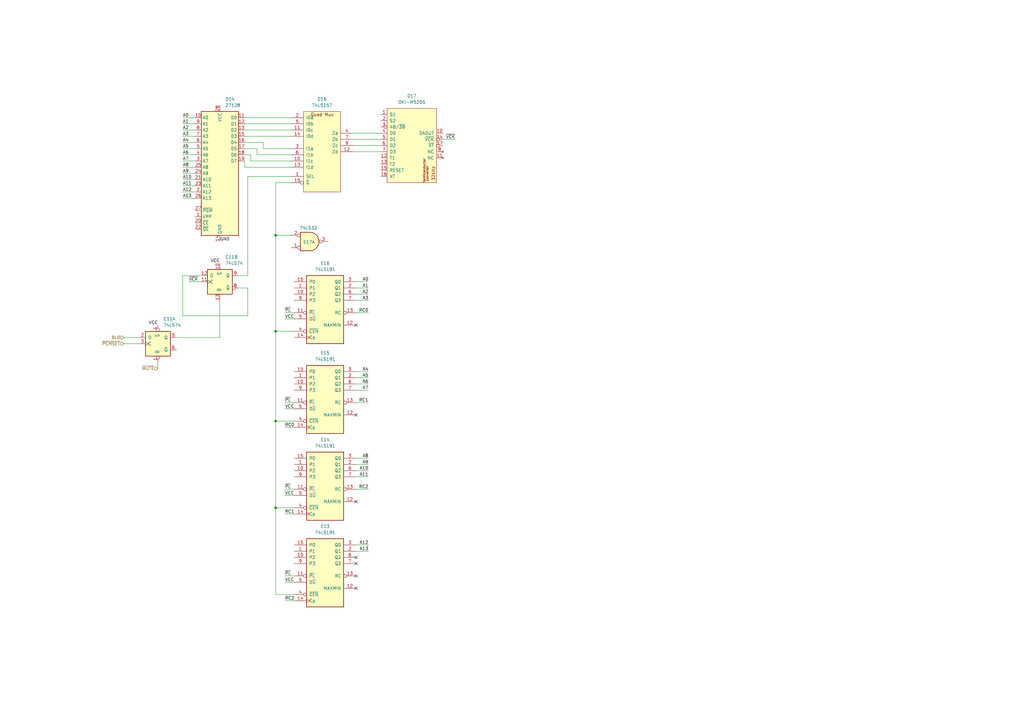
<source format=kicad_sch>
(kicad_sch (version 20231120) (generator "eeschema") (generator_version "8.0")
  (paper "A3")
  (title_block (title "PCM") (date "2024-10-12") (company "JOTEGO") (comment 1 "Jose Tejada"))
  (lib_symbols
    (symbol "Memory_EPROM:27128"
      (property "Reference" "U" (at -7.62 26.67 0))
      (property "Value" "27128" (at 2.54 -26.67 0))
      (symbol "27128_1_1"
        (rectangle (start -7.62 25.4) (end 7.62 -25.4) (stroke (width 0.254)) (fill (type background)))
        (pin input line (at -10.16 -17.78 0) (length 2.54) (name "VPP") (number "1"))
        (pin input line (at -10.16 22.86 0) (length 2.54) (name "A0") (number "10"))
        (pin tri_state line (at 10.16 22.86 180) (length 2.54) (name "D0") (number "11"))
        (pin tri_state line (at 10.16 20.32 180) (length 2.54) (name "D1") (number "12"))
        (pin tri_state line (at 10.16 17.78 180) (length 2.54) (name "D2") (number "13"))
        (pin power_in line (at 0 -27.94 90) (length 2.54) (name "GND") (number "14"))
        (pin tri_state line (at 10.16 15.24 180) (length 2.54) (name "D3") (number "15"))
        (pin tri_state line (at 10.16 12.7 180) (length 2.54) (name "D4") (number "16"))
        (pin tri_state line (at 10.16 10.16 180) (length 2.54) (name "D5") (number "17"))
        (pin tri_state line (at 10.16 7.62 180) (length 2.54) (name "D6") (number "18"))
        (pin tri_state line (at 10.16 5.08 180) (length 2.54) (name "D7") (number "19"))
        (pin input line (at -10.16 -7.62 0) (length 2.54) (name "A12") (number "2"))
        (pin input line (at -10.16 -20.32 0) (length 2.54) (name "~{CE}") (number "20"))
        (pin input line (at -10.16 -2.54 0) (length 2.54) (name "A10") (number "21"))
        (pin input line (at -10.16 -22.86 0) (length 2.54) (name "~{OE}") (number "22"))
        (pin input line (at -10.16 -5.08 0) (length 2.54) (name "A11") (number "23"))
        (pin input line (at -10.16 0 0) (length 2.54) (name "A9") (number "24"))
        (pin input line (at -10.16 2.54 0) (length 2.54) (name "A8") (number "25"))
        (pin input line (at -10.16 -10.16 0) (length 2.54) (name "A13") (number "26"))
        (pin input line (at -10.16 -15.24 0) (length 2.54) (name "~{PGM}") (number "27"))
        (pin power_in line (at 0 27.94 270) (length 2.54) (name "VCC") (number "28"))
        (pin input line (at -10.16 5.08 0) (length 2.54) (name "A7") (number "3"))
        (pin input line (at -10.16 7.62 0) (length 2.54) (name "A6") (number "4"))
        (pin input line (at -10.16 10.16 0) (length 2.54) (name "A5") (number "5"))
        (pin input line (at -10.16 12.7 0) (length 2.54) (name "A4") (number "6"))
        (pin input line (at -10.16 15.24 0) (length 2.54) (name "A3") (number "7"))
        (pin input line (at -10.16 17.78 0) (length 2.54) (name "A2") (number "8"))
        (pin input line (at -10.16 20.32 0) (length 2.54) (name "A1") (number "9"))
      )
    )
    (symbol "jt74:74LS157" (pin_names (offset 1.016))
      (property "Reference" "U" (at 5.08 16.51 0))
      (property "Value" "74LS157" (at 0 -16.51 0))
      (symbol "74LS157_0_0"
        (text "Quad Mux" (at 0 13.97 0) (effects (font (size 1.27 1.27))))
      )
      (symbol "74LS157_1_0"
        (pin input line (at -12.7 -11.43 0) (length 5.08) (name "SEL") (number "1"))
        (pin input line (at -12.7 -5.08 0) (length 5.08) (name "I1c") (number "10"))
        (pin input line (at -12.7 7.62 0) (length 5.08) (name "I0c") (number "11"))
        (pin output line (at 12.7 -1.27 180) (length 5.08) (name "Zd") (number "12"))
        (pin input line (at -12.7 -7.62 0) (length 5.08) (name "I1d") (number "13"))
        (pin input line (at -12.7 5.08 0) (length 5.08) (name "I0d") (number "14"))
        (pin input inverted (at -12.7 -13.97 0) (length 5.08) (name "~{G}") (number "15"))
        (pin input line (at -12.7 12.7 0) (length 5.08) (name "I0a") (number "2"))
        (pin input line (at -12.7 0 0) (length 5.08) (name "I1a") (number "3"))
        (pin output line (at 12.7 6.35 180) (length 5.08) (name "Za") (number "4"))
        (pin input line (at -12.7 10.16 0) (length 5.08) (name "I0b") (number "5"))
        (pin input line (at -12.7 -2.54 0) (length 5.08) (name "I1b") (number "6"))
        (pin output line (at 12.7 3.81 180) (length 5.08) (name "Zb") (number "7"))
        (pin output line (at 12.7 1.27 180) (length 5.08) (name "Zc") (number "9"))
      )
      (symbol "74LS157_1_1"
        (rectangle (start -7.62 15.24) (end 7.62 -17.78) (fill (type background)))
      )
    )
    (symbol "jt74:74LS191" (pin_names (offset 1.016))
      (property "Reference" "U" (at -7.62 13.97 0))
      (property "Value" "74LS191" (at -7.62 -16.51 0))
      (symbol "74LS191_1_0"
        (pin input line (at -12.7 7.62 0) (length 5.08) (name "P1") (number "1"))
        (pin input line (at -12.7 5.08 0) (length 5.08) (name "P2") (number "10"))
        (pin input inverted (at -12.7 -2.54 0) (length 5.08) (name "~{PL}") (number "11"))
        (pin output line (at 12.7 -7.62 180) (length 5.08) (name "MAXMIN") (number "12"))
        (pin output inverted (at 12.7 -2.54 180) (length 5.08) (name "RC") (number "13"))
        (pin input clock (at -12.7 -12.7 0) (length 5.08) (name "Cp") (number "14"))
        (pin input line (at -12.7 10.16 0) (length 5.08) (name "P0") (number "15"))
        (pin power_in line (at 0 12.7 270) (length 5.08) hide (name "VCC") (number "16"))
        (pin output line (at 12.7 7.62 180) (length 5.08) (name "Q1") (number "2"))
        (pin output line (at 12.7 10.16 180) (length 5.08) (name "Q0") (number "3"))
        (pin input inverted (at -12.7 -10.16 0) (length 5.08) (name "~{CEN}") (number "4"))
        (pin input line (at -12.7 -5.08 0) (length 5.08) (name "D~{U}") (number "5"))
        (pin output line (at 12.7 5.08 180) (length 5.08) (name "Q2") (number "6"))
        (pin output line (at 12.7 2.54 180) (length 5.08) (name "Q3") (number "7"))
        (pin power_in line (at 0 -15.24 90) (length 5.08) hide (name "VSS") (number "8"))
        (pin input line (at -12.7 2.54 0) (length 5.08) (name "P3") (number "9"))
      )
      (symbol "74LS191_1_1"
        (rectangle (start -7.62 12.7) (end 7.62 -15.24) (stroke (width 0.254)) (fill (type background)))
      )
    )
    (symbol "jt74:74LS32" (pin_names (offset 1.016))
      (property "Reference" "U" (at 0 1.27 0))
      (property "Value" "74LS32" (at 0 -1.27 0))
      (symbol "74LS32_1_1"
        (arc (start -3.81 -3.81) (mid -2.589 0) (end -3.81 3.81) (stroke (width 0.254)))
        (arc (start -0.6096 -3.81) (mid 2.1842 -2.5851) (end 3.81 0) (stroke (width 0.254)) (fill (type background)))
        (polyline (pts (xy -3.81 -3.81) (xy -0.635 -3.81)) (stroke (width 0.254)) (fill (type background)))
        (polyline (pts (xy -3.81 3.81) (xy -0.635 3.81)) (stroke (width 0.254)) (fill (type background)))
        (polyline (pts (xy -0.635 3.81) (xy -3.81 3.81) (xy -3.81 3.81) (xy -3.556 3.4036) (xy -3.0226 2.2606) (xy -2.6924 1.0414) (xy -2.6162 -0.254) (xy -2.7686 -1.4986) (xy -3.175 -2.7178) (xy -3.81 -3.81) (xy -3.81 -3.81) (xy -0.635 -3.81)) (stroke (width -25.4)) (fill (type background)))
        (arc (start 3.81 0) (mid 2.1915 2.5936) (end -0.6096 3.81) (stroke (width 0.254)) (fill (type background)))
        (pin input line (at -7.62 2.54 0) (length 4.318) (name "~") (number "1"))
        (pin input line (at -7.62 -2.54 0) (length 4.318) (name "~") (number "2"))
        (pin output line (at 7.62 0 180) (length 3.81) (name "~") (number "3"))
      )
      (symbol "74LS32_1_2"
        (arc (start 0 -3.81) (mid 3.7934 0) (end 0 3.81) (stroke (width 0.254)) (fill (type background)))
        (polyline (pts (xy 0 3.81) (xy -3.81 3.81) (xy -3.81 -3.81) (xy 0 -3.81)) (stroke (width 0.254)) (fill (type background)))
        (pin input inverted (at -7.62 2.54 0) (length 3.81) (name "~") (number "1"))
        (pin input inverted (at -7.62 -2.54 0) (length 3.81) (name "~") (number "2"))
        (pin output inverted (at 7.62 0 180) (length 3.81) (name "~") (number "3"))
      )
      (symbol "74LS32_2_1"
        (arc (start -3.81 -3.81) (mid -2.589 0) (end -3.81 3.81) (stroke (width 0.254)))
        (arc (start -0.6096 -3.81) (mid 2.1842 -2.5851) (end 3.81 0) (stroke (width 0.254)) (fill (type background)))
        (polyline (pts (xy -3.81 -3.81) (xy -0.635 -3.81)) (stroke (width 0.254)) (fill (type background)))
        (polyline (pts (xy -3.81 3.81) (xy -0.635 3.81)) (stroke (width 0.254)) (fill (type background)))
        (polyline (pts (xy -0.635 3.81) (xy -3.81 3.81) (xy -3.81 3.81) (xy -3.556 3.4036) (xy -3.0226 2.2606) (xy -2.6924 1.0414) (xy -2.6162 -0.254) (xy -2.7686 -1.4986) (xy -3.175 -2.7178) (xy -3.81 -3.81) (xy -3.81 -3.81) (xy -0.635 -3.81)) (stroke (width -25.4)) (fill (type background)))
        (arc (start 3.81 0) (mid 2.1915 2.5936) (end -0.6096 3.81) (stroke (width 0.254)) (fill (type background)))
        (pin input line (at -7.62 2.54 0) (length 4.318) (name "~") (number "4"))
        (pin input line (at -7.62 -2.54 0) (length 4.318) (name "~") (number "5"))
        (pin output line (at 7.62 0 180) (length 3.81) (name "~") (number "6"))
      )
      (symbol "74LS32_2_2"
        (arc (start 0 -3.81) (mid 3.7934 0) (end 0 3.81) (stroke (width 0.254)) (fill (type background)))
        (polyline (pts (xy 0 3.81) (xy -3.81 3.81) (xy -3.81 -3.81) (xy 0 -3.81)) (stroke (width 0.254)) (fill (type background)))
        (pin input inverted (at -7.62 2.54 0) (length 3.81) (name "~") (number "4"))
        (pin input inverted (at -7.62 -2.54 0) (length 3.81) (name "~") (number "5"))
        (pin output inverted (at 7.62 0 180) (length 3.81) (name "~") (number "6"))
      )
      (symbol "74LS32_3_1"
        (arc (start -3.81 -3.81) (mid -2.589 0) (end -3.81 3.81) (stroke (width 0.254)))
        (arc (start -0.6096 -3.81) (mid 2.1842 -2.5851) (end 3.81 0) (stroke (width 0.254)) (fill (type background)))
        (polyline (pts (xy -3.81 -3.81) (xy -0.635 -3.81)) (stroke (width 0.254)) (fill (type background)))
        (polyline (pts (xy -3.81 3.81) (xy -0.635 3.81)) (stroke (width 0.254)) (fill (type background)))
        (polyline (pts (xy -0.635 3.81) (xy -3.81 3.81) (xy -3.81 3.81) (xy -3.556 3.4036) (xy -3.0226 2.2606) (xy -2.6924 1.0414) (xy -2.6162 -0.254) (xy -2.7686 -1.4986) (xy -3.175 -2.7178) (xy -3.81 -3.81) (xy -3.81 -3.81) (xy -0.635 -3.81)) (stroke (width -25.4)) (fill (type background)))
        (arc (start 3.81 0) (mid 2.1915 2.5936) (end -0.6096 3.81) (stroke (width 0.254)) (fill (type background)))
        (pin input line (at -7.62 -2.54 0) (length 4.318) (name "~") (number "10"))
        (pin output line (at 7.62 0 180) (length 3.81) (name "~") (number "8"))
        (pin input line (at -7.62 2.54 0) (length 4.318) (name "~") (number "9"))
      )
      (symbol "74LS32_3_2"
        (arc (start 0 -3.81) (mid 3.7934 0) (end 0 3.81) (stroke (width 0.254)) (fill (type background)))
        (polyline (pts (xy 0 3.81) (xy -3.81 3.81) (xy -3.81 -3.81) (xy 0 -3.81)) (stroke (width 0.254)) (fill (type background)))
        (pin input inverted (at -7.62 -2.54 0) (length 3.81) (name "~") (number "10"))
        (pin output inverted (at 7.62 0 180) (length 3.81) (name "~") (number "8"))
        (pin input inverted (at -7.62 2.54 0) (length 3.81) (name "~") (number "9"))
      )
      (symbol "74LS32_4_1"
        (arc (start -3.81 -3.81) (mid -2.589 0) (end -3.81 3.81) (stroke (width 0.254)))
        (arc (start -0.6096 -3.81) (mid 2.1842 -2.5851) (end 3.81 0) (stroke (width 0.254)) (fill (type background)))
        (polyline (pts (xy -3.81 -3.81) (xy -0.635 -3.81)) (stroke (width 0.254)) (fill (type background)))
        (polyline (pts (xy -3.81 3.81) (xy -0.635 3.81)) (stroke (width 0.254)) (fill (type background)))
        (polyline (pts (xy -0.635 3.81) (xy -3.81 3.81) (xy -3.81 3.81) (xy -3.556 3.4036) (xy -3.0226 2.2606) (xy -2.6924 1.0414) (xy -2.6162 -0.254) (xy -2.7686 -1.4986) (xy -3.175 -2.7178) (xy -3.81 -3.81) (xy -3.81 -3.81) (xy -0.635 -3.81)) (stroke (width -25.4)) (fill (type background)))
        (arc (start 3.81 0) (mid 2.1915 2.5936) (end -0.6096 3.81) (stroke (width 0.254)) (fill (type background)))
        (pin output line (at 7.62 0 180) (length 3.81) (name "~") (number "11"))
        (pin input line (at -7.62 2.54 0) (length 4.318) (name "~") (number "12"))
        (pin input line (at -7.62 -2.54 0) (length 4.318) (name "~") (number "13"))
      )
      (symbol "74LS32_4_2"
        (arc (start 0 -3.81) (mid 3.7934 0) (end 0 3.81) (stroke (width 0.254)) (fill (type background)))
        (polyline (pts (xy 0 3.81) (xy -3.81 3.81) (xy -3.81 -3.81) (xy 0 -3.81)) (stroke (width 0.254)) (fill (type background)))
        (pin output inverted (at 7.62 0 180) (length 3.81) (name "~") (number "11"))
        (pin input inverted (at -7.62 2.54 0) (length 3.81) (name "~") (number "12"))
        (pin input inverted (at -7.62 -2.54 0) (length 3.81) (name "~") (number "13"))
      )
      (symbol "74LS32_5_0"
        (pin power_in line (at 0 7.62 270) (length 5.08) hide (name "VCC") (number "14"))
        (pin power_in line (at 0 -7.62 90) (length 5.08) hide (name "VSS") (number "7"))
      )
      (symbol "74LS32_5_1"
        (rectangle (start -5.08 7.62) (end 5.08 -7.62) (stroke (width 0.254)) (fill (type background)))
      )
    )
    (symbol "jt74:74LS74" (pin_names (offset 1.016))
      (property "Reference" "U" (at 3.81 5.08 0))
      (property "Value" "74LS74" (at 0 0 0))
      (symbol "74LS74_1_0"
        (pin input inverted (at 0 -7.62 90) (length 2.54) (name "~{R}") (number "1"))
        (pin input line (at -7.62 2.54 0) (length 2.54) (name "D") (number "2"))
        (pin input clock (at -7.62 0 0) (length 2.54) (name "C") (number "3"))
        (pin input inverted (at 0 7.62 270) (length 2.54) (name "~{S}") (number "4"))
        (pin output line (at 7.62 2.54 180) (length 2.54) (name "Q") (number "5"))
        (pin output line (at 7.62 -2.54 180) (length 2.54) (name "~{Q}") (number "6"))
      )
      (symbol "74LS74_1_1"
        (rectangle (start -5.08 5.08) (end 5.08 -5.08) (stroke (width 0.254)) (fill (type background)))
      )
      (symbol "74LS74_2_0"
        (pin input clock (at -7.62 0 0) (length 2.54) (name "C") (number "11"))
        (pin input line (at -7.62 2.54 0) (length 2.54) (name "D") (number "12"))
        (pin input line (at 0 -7.62 90) (length 2.54) (name "~{R}") (number "13"))
        (pin output inverted (at 7.62 -2.54 180) (length 2.54) (name "~{Q}") (number "8"))
        (pin output line (at 7.62 2.54 180) (length 2.54) (name "Q") (number "9"))
      )
      (symbol "74LS74_2_1"
        (rectangle (start -5.08 5.08) (end 5.08 -5.08) (stroke (width 0.254)) (fill (type background)))
        (pin input line (at 0 7.62 270) (length 2.54) (name "~{S}") (number "10"))
      )
      (symbol "74LS74_3_0"
        (pin power_in line (at 0 7.62 270) (length 2.54) hide (name "VCC") (number "14"))
        (pin power_in line (at 0 -7.62 90) (length 2.54) hide (name "VSS") (number "7"))
      )
      (symbol "74LS74_3_1"
        (rectangle (start -5.08 7.62) (end 5.08 -7.62) (stroke (width 0.254)) (fill (type background)))
      )
    )
    (symbol "oki:OKI-M5205" (pin_names (offset 1.016))
      (property "Reference" "U" (at 6.35 16.51 0))
      (property "Value" "OKI-M5205" (at 0 0 90))
      (symbol "OKI-M5205_0_0"
        (text "32kHz" (at 8.89 -11.43 900) (effects (font (size 1.27 1.27))))
        (text "converter" (at 6.35 -11.43 900) (effects (font (size 0.889 0.889))))
        (text "Semiconductor" (at 5.08 -10.16 900) (effects (font (size 0.889 0.889))))
      )
      (symbol "OKI-M5205_0_1"
        (rectangle (start -10.16 15.24) (end 10.16 -15.24) (fill (type background)))
      )
      (symbol "OKI-M5205_1_1"
        (pin input line (at -12.7 12.7 0) (length 2.54) (name "S1") (number "1"))
        (pin output line (at 12.7 5.08 180) (length 2.54) (name "DAOUT") (number "10"))
        (pin no_connect line (at 12.7 -5.08 180) (length 2.54) (name "NC") (number "11"))
        (pin input line (at -12.7 -5.08 0) (length 2.54) (name "T1") (number "12"))
        (pin input line (at -12.7 -7.62 0) (length 2.54) (name "T2") (number "13"))
        (pin output inverted (at 12.7 2.54 180) (length 2.54) (name "~{VCK}") (number "14"))
        (pin input line (at -12.7 -10.16 0) (length 2.54) (name "RESET") (number "15"))
        (pin input line (at -12.7 -12.7 0) (length 2.54) (name "XT") (number "16"))
        (pin output inverted (at 12.7 0 180) (length 2.54) (name "~{XT}") (number "17"))
        (pin power_in line (at 0 15.24 270) (length 2.54) hide (name "VCC") (number "18"))
        (pin input line (at -12.7 10.16 0) (length 2.54) (name "S2") (number "2"))
        (pin input inverted (at -12.7 7.62 0) (length 2.54) (name "4B/~{3B}") (number "3"))
        (pin input line (at -12.7 5.08 0) (length 2.54) (name "D0") (number "4"))
        (pin input line (at -12.7 2.54 0) (length 2.54) (name "D1") (number "5"))
        (pin input line (at -12.7 0 0) (length 2.54) (name "D2") (number "6"))
        (pin input line (at -12.7 -2.54 0) (length 2.54) (name "D3") (number "7"))
        (pin no_connect line (at 12.7 -2.54 180) (length 2.54) (name "NC") (number "8"))
        (pin power_in line (at 0 -15.24 90) (length 2.54) hide (name "VSS") (number "9"))
      )
    )
  )
  (junction (at 113.03 135.89))
  (junction (at 113.03 172.72))
  (junction (at 113.03 96.52))
  (junction (at 113.03 208.28))
  (no_connect (at 146.05 231.14))
  (no_connect (at 146.05 241.3))
  (no_connect (at 146.05 170.18))
  (no_connect (at 146.05 205.74))
  (no_connect (at 146.05 228.6))
  (no_connect (at 146.05 133.35))
  (no_connect (at 146.05 236.22))
  (wire (pts (xy 82.55 115.57) (xy 77.47 115.57)))
  (wire (pts (xy 107.95 60.96) (xy 107.95 58.42)))
  (wire (pts (xy 74.93 48.26) (xy 80.01 48.26)))
  (wire (pts (xy 101.6 129.54) (xy 101.6 118.11)))
  (wire (pts (xy 74.93 73.66) (xy 80.01 73.66)))
  (wire (pts (xy 151.13 152.4) (xy 146.05 152.4)))
  (wire (pts (xy 113.03 135.89) (xy 120.65 135.89)))
  (wire (pts (xy 101.6 72.39) (xy 101.6 113.03)))
  (wire (pts (xy 74.93 68.58) (xy 80.01 68.58)))
  (wire (pts (xy 100.33 55.88) (xy 119.38 55.88)))
  (wire (pts (xy 64.77 148.59) (xy 64.77 151.13)))
  (wire (pts (xy 74.93 55.88) (xy 80.01 55.88)))
  (wire (pts (xy 146.05 128.27) (xy 151.13 128.27)))
  (wire (pts (xy 151.13 187.96) (xy 146.05 187.96)))
  (wire (pts (xy 74.93 63.5) (xy 80.01 63.5)))
  (wire (pts (xy 113.03 135.89) (xy 113.03 172.72)))
  (wire (pts (xy 113.03 96.52) (xy 119.38 96.52)))
  (wire (pts (xy 119.38 72.39) (xy 101.6 72.39)))
  (wire (pts (xy 100.33 60.96) (xy 105.41 60.96)))
  (wire (pts (xy 100.33 66.04) (xy 100.33 68.58)))
  (wire (pts (xy 116.84 238.76) (xy 120.65 238.76)))
  (wire (pts (xy 151.13 120.65) (xy 146.05 120.65)))
  (wire (pts (xy 113.03 172.72) (xy 120.65 172.72)))
  (wire (pts (xy 100.33 63.5) (xy 102.87 63.5)))
  (wire (pts (xy 74.93 66.04) (xy 80.01 66.04)))
  (wire (pts (xy 151.13 157.48) (xy 146.05 157.48)))
  (wire (pts (xy 74.93 60.96) (xy 80.01 60.96)))
  (wire (pts (xy 74.93 81.28) (xy 80.01 81.28)))
  (wire (pts (xy 100.33 68.58) (xy 119.38 68.58)))
  (wire (pts (xy 151.13 195.58) (xy 146.05 195.58)))
  (wire (pts (xy 144.78 57.15) (xy 156.21 57.15)))
  (wire (pts (xy 113.03 96.52) (xy 113.03 135.89)))
  (wire (pts (xy 74.93 53.34) (xy 80.01 53.34)))
  (wire (pts (xy 82.55 113.03) (xy 74.93 113.03)))
  (wire (pts (xy 101.6 113.03) (xy 97.79 113.03)))
  (wire (pts (xy 116.84 167.64) (xy 120.65 167.64)))
  (wire (pts (xy 113.03 96.52) (xy 113.03 74.93)))
  (wire (pts (xy 144.78 59.69) (xy 156.21 59.69)))
  (wire (pts (xy 151.13 160.02) (xy 146.05 160.02)))
  (wire (pts (xy 105.41 63.5) (xy 119.38 63.5)))
  (wire (pts (xy 116.84 200.66) (xy 120.65 200.66)))
  (wire (pts (xy 146.05 165.1) (xy 151.13 165.1)))
  (wire (pts (xy 90.17 138.43) (xy 72.39 138.43)))
  (wire (pts (xy 120.65 210.82) (xy 116.84 210.82)))
  (wire (pts (xy 74.93 50.8) (xy 80.01 50.8)))
  (wire (pts (xy 113.03 243.84) (xy 120.65 243.84)))
  (wire (pts (xy 116.84 130.81) (xy 120.65 130.81)))
  (wire (pts (xy 144.78 62.23) (xy 156.21 62.23)))
  (wire (pts (xy 100.33 53.34) (xy 119.38 53.34)))
  (wire (pts (xy 113.03 74.93) (xy 119.38 74.93)))
  (wire (pts (xy 151.13 123.19) (xy 146.05 123.19)))
  (wire (pts (xy 151.13 193.04) (xy 146.05 193.04)))
  (wire (pts (xy 102.87 63.5) (xy 102.87 66.04)))
  (wire (pts (xy 151.13 154.94) (xy 146.05 154.94)))
  (wire (pts (xy 100.33 48.26) (xy 119.38 48.26)))
  (wire (pts (xy 74.93 113.03) (xy 74.93 129.54)))
  (wire (pts (xy 119.38 60.96) (xy 107.95 60.96)))
  (wire (pts (xy 50.8 140.97) (xy 57.15 140.97)))
  (wire (pts (xy 116.84 165.1) (xy 120.65 165.1)))
  (wire (pts (xy 74.93 76.2) (xy 80.01 76.2)))
  (wire (pts (xy 116.84 246.38) (xy 120.65 246.38)))
  (wire (pts (xy 116.84 203.2) (xy 120.65 203.2)))
  (wire (pts (xy 151.13 223.52) (xy 146.05 223.52)))
  (wire (pts (xy 74.93 58.42) (xy 80.01 58.42)))
  (wire (pts (xy 181.61 57.15) (xy 186.69 57.15)))
  (wire (pts (xy 74.93 129.54) (xy 101.6 129.54)))
  (wire (pts (xy 113.03 208.28) (xy 113.03 243.84)))
  (wire (pts (xy 100.33 50.8) (xy 119.38 50.8)))
  (wire (pts (xy 90.17 123.19) (xy 90.17 138.43)))
  (wire (pts (xy 113.03 208.28) (xy 120.65 208.28)))
  (wire (pts (xy 144.78 54.61) (xy 156.21 54.61)))
  (wire (pts (xy 102.87 66.04) (xy 119.38 66.04)))
  (wire (pts (xy 113.03 172.72) (xy 113.03 208.28)))
  (wire (pts (xy 120.65 175.26) (xy 116.84 175.26)))
  (wire (pts (xy 50.8 138.43) (xy 57.15 138.43)))
  (wire (pts (xy 146.05 200.66) (xy 151.13 200.66)))
  (wire (pts (xy 107.95 58.42) (xy 100.33 58.42)))
  (wire (pts (xy 74.93 71.12) (xy 80.01 71.12)))
  (wire (pts (xy 151.13 115.57) (xy 146.05 115.57)))
  (wire (pts (xy 151.13 118.11) (xy 146.05 118.11)))
  (wire (pts (xy 74.93 78.74) (xy 80.01 78.74)))
  (wire (pts (xy 151.13 190.5) (xy 146.05 190.5)))
  (wire (pts (xy 116.84 236.22) (xy 120.65 236.22)))
  (wire (pts (xy 101.6 118.11) (xy 97.79 118.11)))
  (wire (pts (xy 116.84 128.27) (xy 120.65 128.27)))
  (wire (pts (xy 151.13 226.06) (xy 146.05 226.06)))
  (wire (pts (xy 105.41 60.96) (xy 105.41 63.5)))
  (label "RC0" (at 151.13 128.27 180))
  (label "A0" (at 151.13 115.57 180))
  (label "A2" (at 74.93 53.34 0))
  (label "VCC" (at 116.84 130.81 0))
  (label "VCC" (at 116.84 238.76 0))
  (label "A3" (at 74.93 55.88 0))
  (label "A6" (at 151.13 157.48 180))
  (label "A7" (at 74.93 66.04 0))
  (label "~{PL}" (at 116.84 165.1 0))
  (label "RC0" (at 116.84 175.26 0))
  (label "VCC" (at 116.84 167.64 0))
  (label "A11" (at 151.13 195.58 180))
  (label "A9" (at 74.93 71.12 0))
  (label "A13" (at 151.13 226.06 180))
  (label "RC1" (at 116.84 210.82 0))
  (label "A13" (at 74.93 81.28 0))
  (label "RC2" (at 116.84 246.38 0))
  (label "A8" (at 74.93 68.58 0))
  (label "RC1" (at 151.13 165.1 180))
  (label "A1" (at 74.93 50.8 0))
  (label "A12" (at 151.13 223.52 180))
  (label "A2" (at 151.13 120.65 180))
  (label "RC2" (at 151.13 200.66 180))
  (label "GND" (at 90.17 99.06 0))
  (label "VCC" (at 64.77 133.35 180))
  (label "A5" (at 74.93 60.96 0))
  (label "A7" (at 151.13 160.02 180))
  (label "~{PL}" (at 116.84 200.66 0))
  (label "A10" (at 151.13 193.04 180))
  (label "A0" (at 74.93 48.26 0))
  (label "A10" (at 74.93 73.66 0))
  (label "A11" (at 74.93 76.2 0))
  (label "VCC" (at 90.17 107.95 180))
  (label "A8" (at 151.13 187.96 180))
  (label "A5" (at 151.13 154.94 180))
  (label "A9" (at 151.13 190.5 180))
  (label "~{VCK}" (at 77.47 115.57 0))
  (label "A4" (at 151.13 152.4 180))
  (label "~{PL}" (at 116.84 236.22 0))
  (label "~{VCK}" (at 186.69 57.15 180))
  (label "VCC" (at 116.84 203.2 0))
  (label "A1" (at 151.13 118.11 180))
  (label "A12" (at 74.93 78.74 0))
  (label "A6" (at 74.93 63.5 0))
  (label "~{PL}" (at 116.84 128.27 0))
  (label "A4" (at 74.93 58.42 0))
  (label "A3" (at 151.13 123.19 180))
  (hierarchical_label "~{PCMSET}" (shape input) (at 50.8 140.97 180))
  (hierarchical_label "~{MUTE}" (shape input) (at 64.77 151.13 180))
  (hierarchical_label "BL0" (shape input) (at 50.8 138.43 180))
  (symbol (lib_id "jt74:74LS191") (at 133.35 162.56 0) (unit 1)
    (property "Reference" "E15" (at 133.35 144.78 0))
    (property "Value" "74LS191" (at 133.35 147.32 0))
    (property "Datasheet" "http://www.ti.com/lit/gpn/sn74LS191" (effects (hide yes)))
    (property "Description" "4-bit Synchronous Up/Down binary Counter" (effects (hide yes)))
  )
  (symbol (lib_id "Memory_EPROM:27128") (at 90.17 71.12 0) (unit 1)
    (property "Reference" "D14" (at 92.3641 40.64 0) (effects (justify left)))
    (property "Value" "27128" (at 92.3641 43.18 0) (effects (justify left)))
    (property "Footprint" "Package_DIP:DIP-28_W15.24mm" (effects (hide yes)))
    (property "Datasheet" "http://eeshop.unl.edu/pdf/27128.pdf" (effects (hide yes)))
    (property "Description" "UV Erasable EPROM 128 KiBit, [Obsolete 2000-11]" (effects (hide yes)))
  )
  (symbol (lib_id "jt74:74LS74") (at 64.77 140.97 0) (unit 1)
    (property "Reference" "C11" (at 66.9641 130.81 0) (effects (justify left)))
    (property "Value" "74LS74" (at 66.9641 133.35 0) (effects (justify left)))
    (property "Datasheet" "74xx/74hc_hct74.pdf" (effects (hide yes)))
    (property "Description" "Dual D Flip-flop, Set & Reset" (effects (hide yes)))
  )
  (symbol (lib_id "jt74:74LS74") (at 90.17 115.57 0) (unit 2)
    (property "Reference" "C11" (at 92.3641 105.41 0) (effects (justify left)))
    (property "Value" "74LS74" (at 92.3641 107.95 0) (effects (justify left)))
    (property "Datasheet" "74xx/74hc_hct74.pdf" (effects (hide yes)))
    (property "Description" "Dual D Flip-flop, Set & Reset" (effects (hide yes)))
  )
  (symbol (lib_id "jt74:74LS191") (at 133.35 233.68 0) (unit 1)
    (property "Reference" "E13" (at 133.35 215.9 0))
    (property "Value" "74LS191" (at 133.35 218.44 0))
    (property "Datasheet" "http://www.ti.com/lit/gpn/sn74LS191" (effects (hide yes)))
    (property "Description" "4-bit Synchronous Up/Down binary Counter" (effects (hide yes)))
  )
  (symbol (lib_id "jt74:74LS157") (at 132.08 60.96 0) (unit 1)
    (property "Reference" "D16" (at 132.08 40.64 0))
    (property "Value" "74LS157" (at 132.08 43.18 0))
    (property "Datasheet" "https://www.alldatasheet.com/datasheet-pdf/pdf/27402/TI/74LS157.html" (effects (hide yes)))
    (property "Description" "Quad 2 to 1 line Multiplexer" (effects (hide yes)))
  )
  (symbol (lib_id "jt74:74LS191") (at 133.35 198.12 0) (unit 1)
    (property "Reference" "E14" (at 133.35 180.34 0))
    (property "Value" "74LS191" (at 133.35 182.88 0))
    (property "Datasheet" "http://www.ti.com/lit/gpn/sn74LS191" (effects (hide yes)))
    (property "Description" "4-bit Synchronous Up/Down binary Counter" (effects (hide yes)))
  )
  (symbol (lib_id "jt74:74LS32") (at 127 99.06 0) (mirror x) (unit 1) (convert 2)
    (property "Reference" "E17" (at 126.746 99.314 0))
    (property "Value" "74LS32" (at 126.492 93.472 0))
    (property "Datasheet" "http://www.ti.com/lit/gpn/sn74LS32" (effects (hide yes)))
    (property "Description" "Quad 2-input OR" (effects (hide yes)))
  )
  (symbol (lib_id "jt74:74LS191") (at 133.35 125.73 0) (unit 1)
    (property "Reference" "E16" (at 133.35 107.95 0))
    (property "Value" "74LS191" (at 133.35 110.49 0))
    (property "Datasheet" "http://www.ti.com/lit/gpn/sn74LS191" (effects (hide yes)))
    (property "Description" "4-bit Synchronous Up/Down binary Counter" (effects (hide yes)))
  )
  (symbol (lib_id "oki:OKI-M5205") (at 168.91 59.69 0) (unit 1)
    (property "Reference" "D17" (at 168.91 39.37 0))
    (property "Value" "OKI-M5205" (at 168.91 41.91 0))
    (property "Datasheet" "https://console5.com/techwiki/images/f/f8/MSM5205.pdf" (effects (hide yes)))
  )
)
</source>
